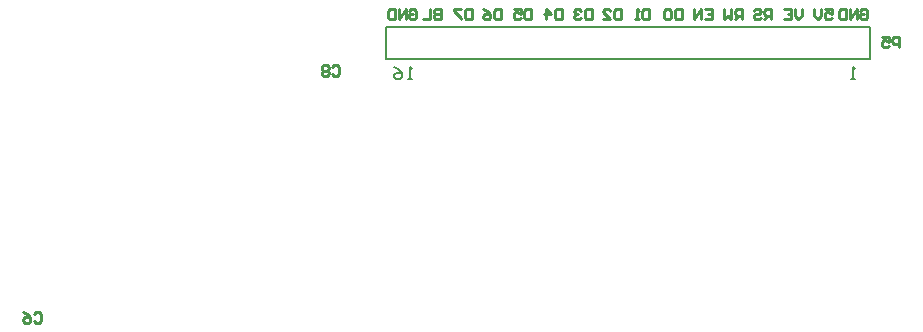
<source format=gbo>
G04*
G04 #@! TF.GenerationSoftware,Altium Limited,Altium Designer,21.9.2 (33)*
G04*
G04 Layer_Color=32896*
%FSTAX24Y24*%
%MOIN*%
G70*
G04*
G04 #@! TF.SameCoordinates,42221833-7155-40BC-9F66-F4787AFC6187*
G04*
G04*
G04 #@! TF.FilePolarity,Positive*
G04*
G01*
G75*
%ADD13C,0.0079*%
%ADD16C,0.0060*%
%ADD19C,0.0100*%
D13*
X032851Y04287D02*
Y04393D01*
X048969D01*
Y04287D02*
Y04393D01*
X032851Y04287D02*
X048969D01*
D16*
X03371Y0422D02*
X033577D01*
X033643D01*
Y0426D01*
X03371Y042533D01*
X03311Y0426D02*
X033243Y042533D01*
X033377Y0424D01*
Y042267D01*
X03331Y0422D01*
X033177D01*
X03311Y042267D01*
Y042333D01*
X033177Y0424D01*
X033377D01*
X04849Y0422D02*
X048357D01*
X048423D01*
Y0426D01*
X04849Y042533D01*
D19*
X034672Y04455D02*
Y0442D01*
X034497D01*
X034438Y044258D01*
Y044317D01*
X034497Y044375D01*
X034672D01*
X034497D01*
X034438Y044433D01*
Y044492D01*
X034497Y04455D01*
X034672D01*
X034322D02*
Y0442D01*
X034088D01*
X035702Y04455D02*
Y0442D01*
X035527D01*
X035468Y044258D01*
Y044492D01*
X035527Y04455D01*
X035702D01*
X035352D02*
X035118D01*
Y044492D01*
X035352Y044258D01*
Y0442D01*
X036682Y04455D02*
Y0442D01*
X036507D01*
X036448Y044258D01*
Y044492D01*
X036507Y04455D01*
X036682D01*
X036098D02*
X036215Y044492D01*
X036332Y044375D01*
Y044258D01*
X036273Y0442D01*
X036157D01*
X036098Y044258D01*
Y044317D01*
X036157Y044375D01*
X036332D01*
X037692Y04455D02*
Y0442D01*
X037517D01*
X037458Y044258D01*
Y044492D01*
X037517Y04455D01*
X037692D01*
X037108D02*
X037342D01*
Y044375D01*
X037225Y044433D01*
X037167D01*
X037108Y044375D01*
Y044258D01*
X037167Y0442D01*
X037283D01*
X037342Y044258D01*
X038702Y04455D02*
Y0442D01*
X038527D01*
X038468Y044258D01*
Y044492D01*
X038527Y04455D01*
X038702D01*
X038177Y0442D02*
Y04455D01*
X038352Y044375D01*
X038118D01*
X039702Y04455D02*
Y0442D01*
X039527D01*
X039468Y044258D01*
Y044492D01*
X039527Y04455D01*
X039702D01*
X039352Y044492D02*
X039293Y04455D01*
X039177D01*
X039118Y044492D01*
Y044433D01*
X039177Y044375D01*
X039235D01*
X039177D01*
X039118Y044317D01*
Y044258D01*
X039177Y0442D01*
X039293D01*
X039352Y044258D01*
X040682Y04455D02*
Y0442D01*
X040507D01*
X040448Y044258D01*
Y044492D01*
X040507Y04455D01*
X040682D01*
X040098Y0442D02*
X040332D01*
X040098Y044433D01*
Y044492D01*
X040157Y04455D01*
X040273D01*
X040332Y044492D01*
X041633Y04455D02*
Y0442D01*
X041458D01*
X0414Y044258D01*
Y044492D01*
X041458Y04455D01*
X041633D01*
X041283Y0442D02*
X041167D01*
X041225D01*
Y04455D01*
X041283Y044492D01*
X042702Y04455D02*
Y0442D01*
X042527D01*
X042468Y044258D01*
Y044492D01*
X042527Y04455D01*
X042702D01*
X042352Y044492D02*
X042293Y04455D01*
X042177D01*
X042118Y044492D01*
Y044258D01*
X042177Y0442D01*
X042293D01*
X042352Y044258D01*
Y044492D01*
X043468Y04455D02*
X043702D01*
Y0442D01*
X043468D01*
X043702Y044375D02*
X043585D01*
X043352Y0442D02*
Y04455D01*
X043118Y0442D01*
Y04455D01*
X044712Y0442D02*
Y04455D01*
X044537D01*
X044478Y044492D01*
Y044375D01*
X044537Y044317D01*
X044712D01*
X044595D02*
X044478Y0442D01*
X044362Y04455D02*
Y0442D01*
X044245Y044317D01*
X044128Y0442D01*
Y04455D01*
X045692Y0442D02*
Y04455D01*
X045517D01*
X045458Y044492D01*
Y044375D01*
X045517Y044317D01*
X045692D01*
X045575D02*
X045458Y0442D01*
X045108Y044492D02*
X045167Y04455D01*
X045283D01*
X045342Y044492D01*
Y044433D01*
X045283Y044375D01*
X045167D01*
X045108Y044317D01*
Y044258D01*
X045167Y0442D01*
X045283D01*
X045342Y044258D01*
X046702Y04455D02*
Y044317D01*
X046585Y0442D01*
X046468Y044317D01*
Y04455D01*
X046118D02*
X046352D01*
Y0442D01*
X046118D01*
X046352Y044375D02*
X046235D01*
X047468Y04455D02*
X047702D01*
Y044375D01*
X047585Y044433D01*
X047527D01*
X047468Y044375D01*
Y044258D01*
X047527Y0442D01*
X047643D01*
X047702Y044258D01*
X047352Y04455D02*
Y044317D01*
X047235Y0442D01*
X047118Y044317D01*
Y04455D01*
X033623Y044492D02*
X033682Y04455D01*
X033798D01*
X033857Y044492D01*
Y044258D01*
X033798Y0442D01*
X033682D01*
X033623Y044258D01*
Y044375D01*
X03374D01*
X033507Y0442D02*
Y04455D01*
X033273Y0442D01*
Y04455D01*
X033157D02*
Y0442D01*
X032982D01*
X032923Y044258D01*
Y044492D01*
X032982Y04455D01*
X033157D01*
X048663Y044492D02*
X048722Y04455D01*
X048838D01*
X048897Y044492D01*
Y044258D01*
X048838Y0442D01*
X048722D01*
X048663Y044258D01*
Y044375D01*
X04878D01*
X048547Y0442D02*
Y04455D01*
X048313Y0442D01*
Y04455D01*
X048197D02*
Y0442D01*
X048022D01*
X047963Y044258D01*
Y044492D01*
X048022Y04455D01*
X048197D01*
X049962Y043265D02*
Y043615D01*
X049787D01*
X049728Y043557D01*
Y04344D01*
X049787Y043382D01*
X049962D01*
X049378Y043615D02*
X049612D01*
Y04344D01*
X049495Y043498D01*
X049437D01*
X049378Y04344D01*
Y043323D01*
X049437Y043265D01*
X049553D01*
X049612Y043323D01*
X031057Y042602D02*
X031115Y04266D01*
X031232D01*
X03129Y042602D01*
Y042368D01*
X031232Y04231D01*
X031115D01*
X031057Y042368D01*
X03094Y042602D02*
X030882Y04266D01*
X030765D01*
X030707Y042602D01*
Y042543D01*
X030765Y042485D01*
X030707Y042427D01*
Y042368D01*
X030765Y04231D01*
X030882D01*
X03094Y042368D01*
Y042427D01*
X030882Y042485D01*
X03094Y042543D01*
Y042602D01*
X030882Y042485D02*
X030765D01*
X021117Y034382D02*
X021175Y03444D01*
X021292D01*
X02135Y034382D01*
Y034148D01*
X021292Y03409D01*
X021175D01*
X021117Y034148D01*
X020767Y03444D02*
X020883Y034382D01*
X021Y034265D01*
Y034148D01*
X020942Y03409D01*
X020825D01*
X020767Y034148D01*
Y034207D01*
X020825Y034265D01*
X021D01*
M02*

</source>
